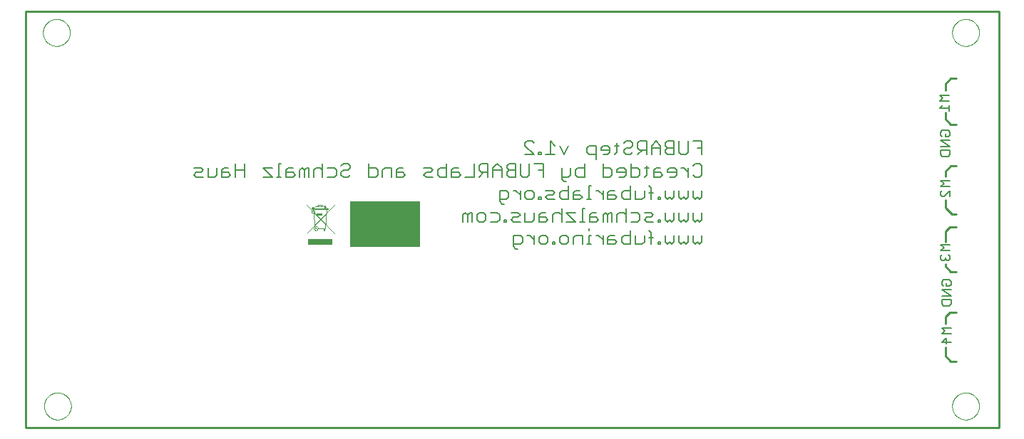
<source format=gbo>
G75*
%MOIN*%
%OFA0B0*%
%FSLAX25Y25*%
%IPPOS*%
%LPD*%
%AMOC8*
5,1,8,0,0,1.08239X$1,22.5*
%
%ADD10C,0.01000*%
%ADD11C,0.00000*%
%ADD12C,0.00700*%
%ADD13R,0.33000X0.21500*%
%ADD14C,0.00800*%
%ADD15C,0.00394*%
%ADD16R,0.11575X0.02913*%
%ADD17C,0.00100*%
D10*
X0010350Y0018333D02*
X0010350Y0213333D01*
X0465350Y0213333D01*
X0465350Y0018333D01*
X0010350Y0018333D01*
X0440350Y0051833D02*
X0442850Y0049333D01*
X0445350Y0049333D01*
X0440350Y0051833D02*
X0440350Y0055833D01*
X0440350Y0066833D02*
X0440350Y0070333D01*
X0442350Y0072333D01*
X0445350Y0072333D01*
X0445350Y0091333D02*
X0442850Y0091333D01*
X0440350Y0093833D01*
X0440350Y0094833D01*
X0440350Y0105333D02*
X0440350Y0110333D01*
X0442350Y0112333D01*
X0445350Y0112333D01*
X0445350Y0118333D02*
X0443350Y0118333D01*
X0440350Y0121333D01*
X0440350Y0124833D01*
X0440350Y0135833D02*
X0440350Y0138333D01*
X0442850Y0140833D01*
X0445350Y0140833D01*
X0445350Y0160333D02*
X0442850Y0160333D01*
X0440350Y0162833D01*
X0440350Y0165833D01*
X0440350Y0176333D02*
X0440350Y0179333D01*
X0442850Y0181833D01*
X0445350Y0181833D01*
D11*
X0443551Y0203333D02*
X0443553Y0203491D01*
X0443559Y0203649D01*
X0443569Y0203807D01*
X0443583Y0203965D01*
X0443601Y0204122D01*
X0443622Y0204279D01*
X0443648Y0204435D01*
X0443678Y0204591D01*
X0443711Y0204746D01*
X0443749Y0204899D01*
X0443790Y0205052D01*
X0443835Y0205204D01*
X0443884Y0205355D01*
X0443937Y0205504D01*
X0443993Y0205652D01*
X0444053Y0205798D01*
X0444117Y0205943D01*
X0444185Y0206086D01*
X0444256Y0206228D01*
X0444330Y0206368D01*
X0444408Y0206505D01*
X0444490Y0206641D01*
X0444574Y0206775D01*
X0444663Y0206906D01*
X0444754Y0207035D01*
X0444849Y0207162D01*
X0444946Y0207287D01*
X0445047Y0207409D01*
X0445151Y0207528D01*
X0445258Y0207645D01*
X0445368Y0207759D01*
X0445481Y0207870D01*
X0445596Y0207979D01*
X0445714Y0208084D01*
X0445835Y0208186D01*
X0445958Y0208286D01*
X0446084Y0208382D01*
X0446212Y0208475D01*
X0446342Y0208565D01*
X0446475Y0208651D01*
X0446610Y0208735D01*
X0446746Y0208814D01*
X0446885Y0208891D01*
X0447026Y0208963D01*
X0447168Y0209033D01*
X0447312Y0209098D01*
X0447458Y0209160D01*
X0447605Y0209218D01*
X0447754Y0209273D01*
X0447904Y0209324D01*
X0448055Y0209371D01*
X0448207Y0209414D01*
X0448360Y0209453D01*
X0448515Y0209489D01*
X0448670Y0209520D01*
X0448826Y0209548D01*
X0448982Y0209572D01*
X0449139Y0209592D01*
X0449297Y0209608D01*
X0449454Y0209620D01*
X0449613Y0209628D01*
X0449771Y0209632D01*
X0449929Y0209632D01*
X0450087Y0209628D01*
X0450246Y0209620D01*
X0450403Y0209608D01*
X0450561Y0209592D01*
X0450718Y0209572D01*
X0450874Y0209548D01*
X0451030Y0209520D01*
X0451185Y0209489D01*
X0451340Y0209453D01*
X0451493Y0209414D01*
X0451645Y0209371D01*
X0451796Y0209324D01*
X0451946Y0209273D01*
X0452095Y0209218D01*
X0452242Y0209160D01*
X0452388Y0209098D01*
X0452532Y0209033D01*
X0452674Y0208963D01*
X0452815Y0208891D01*
X0452954Y0208814D01*
X0453090Y0208735D01*
X0453225Y0208651D01*
X0453358Y0208565D01*
X0453488Y0208475D01*
X0453616Y0208382D01*
X0453742Y0208286D01*
X0453865Y0208186D01*
X0453986Y0208084D01*
X0454104Y0207979D01*
X0454219Y0207870D01*
X0454332Y0207759D01*
X0454442Y0207645D01*
X0454549Y0207528D01*
X0454653Y0207409D01*
X0454754Y0207287D01*
X0454851Y0207162D01*
X0454946Y0207035D01*
X0455037Y0206906D01*
X0455126Y0206775D01*
X0455210Y0206641D01*
X0455292Y0206505D01*
X0455370Y0206368D01*
X0455444Y0206228D01*
X0455515Y0206086D01*
X0455583Y0205943D01*
X0455647Y0205798D01*
X0455707Y0205652D01*
X0455763Y0205504D01*
X0455816Y0205355D01*
X0455865Y0205204D01*
X0455910Y0205052D01*
X0455951Y0204899D01*
X0455989Y0204746D01*
X0456022Y0204591D01*
X0456052Y0204435D01*
X0456078Y0204279D01*
X0456099Y0204122D01*
X0456117Y0203965D01*
X0456131Y0203807D01*
X0456141Y0203649D01*
X0456147Y0203491D01*
X0456149Y0203333D01*
X0456147Y0203175D01*
X0456141Y0203017D01*
X0456131Y0202859D01*
X0456117Y0202701D01*
X0456099Y0202544D01*
X0456078Y0202387D01*
X0456052Y0202231D01*
X0456022Y0202075D01*
X0455989Y0201920D01*
X0455951Y0201767D01*
X0455910Y0201614D01*
X0455865Y0201462D01*
X0455816Y0201311D01*
X0455763Y0201162D01*
X0455707Y0201014D01*
X0455647Y0200868D01*
X0455583Y0200723D01*
X0455515Y0200580D01*
X0455444Y0200438D01*
X0455370Y0200298D01*
X0455292Y0200161D01*
X0455210Y0200025D01*
X0455126Y0199891D01*
X0455037Y0199760D01*
X0454946Y0199631D01*
X0454851Y0199504D01*
X0454754Y0199379D01*
X0454653Y0199257D01*
X0454549Y0199138D01*
X0454442Y0199021D01*
X0454332Y0198907D01*
X0454219Y0198796D01*
X0454104Y0198687D01*
X0453986Y0198582D01*
X0453865Y0198480D01*
X0453742Y0198380D01*
X0453616Y0198284D01*
X0453488Y0198191D01*
X0453358Y0198101D01*
X0453225Y0198015D01*
X0453090Y0197931D01*
X0452954Y0197852D01*
X0452815Y0197775D01*
X0452674Y0197703D01*
X0452532Y0197633D01*
X0452388Y0197568D01*
X0452242Y0197506D01*
X0452095Y0197448D01*
X0451946Y0197393D01*
X0451796Y0197342D01*
X0451645Y0197295D01*
X0451493Y0197252D01*
X0451340Y0197213D01*
X0451185Y0197177D01*
X0451030Y0197146D01*
X0450874Y0197118D01*
X0450718Y0197094D01*
X0450561Y0197074D01*
X0450403Y0197058D01*
X0450246Y0197046D01*
X0450087Y0197038D01*
X0449929Y0197034D01*
X0449771Y0197034D01*
X0449613Y0197038D01*
X0449454Y0197046D01*
X0449297Y0197058D01*
X0449139Y0197074D01*
X0448982Y0197094D01*
X0448826Y0197118D01*
X0448670Y0197146D01*
X0448515Y0197177D01*
X0448360Y0197213D01*
X0448207Y0197252D01*
X0448055Y0197295D01*
X0447904Y0197342D01*
X0447754Y0197393D01*
X0447605Y0197448D01*
X0447458Y0197506D01*
X0447312Y0197568D01*
X0447168Y0197633D01*
X0447026Y0197703D01*
X0446885Y0197775D01*
X0446746Y0197852D01*
X0446610Y0197931D01*
X0446475Y0198015D01*
X0446342Y0198101D01*
X0446212Y0198191D01*
X0446084Y0198284D01*
X0445958Y0198380D01*
X0445835Y0198480D01*
X0445714Y0198582D01*
X0445596Y0198687D01*
X0445481Y0198796D01*
X0445368Y0198907D01*
X0445258Y0199021D01*
X0445151Y0199138D01*
X0445047Y0199257D01*
X0444946Y0199379D01*
X0444849Y0199504D01*
X0444754Y0199631D01*
X0444663Y0199760D01*
X0444574Y0199891D01*
X0444490Y0200025D01*
X0444408Y0200161D01*
X0444330Y0200298D01*
X0444256Y0200438D01*
X0444185Y0200580D01*
X0444117Y0200723D01*
X0444053Y0200868D01*
X0443993Y0201014D01*
X0443937Y0201162D01*
X0443884Y0201311D01*
X0443835Y0201462D01*
X0443790Y0201614D01*
X0443749Y0201767D01*
X0443711Y0201920D01*
X0443678Y0202075D01*
X0443648Y0202231D01*
X0443622Y0202387D01*
X0443601Y0202544D01*
X0443583Y0202701D01*
X0443569Y0202859D01*
X0443559Y0203017D01*
X0443553Y0203175D01*
X0443551Y0203333D01*
X0443551Y0028333D02*
X0443553Y0028491D01*
X0443559Y0028649D01*
X0443569Y0028807D01*
X0443583Y0028965D01*
X0443601Y0029122D01*
X0443622Y0029279D01*
X0443648Y0029435D01*
X0443678Y0029591D01*
X0443711Y0029746D01*
X0443749Y0029899D01*
X0443790Y0030052D01*
X0443835Y0030204D01*
X0443884Y0030355D01*
X0443937Y0030504D01*
X0443993Y0030652D01*
X0444053Y0030798D01*
X0444117Y0030943D01*
X0444185Y0031086D01*
X0444256Y0031228D01*
X0444330Y0031368D01*
X0444408Y0031505D01*
X0444490Y0031641D01*
X0444574Y0031775D01*
X0444663Y0031906D01*
X0444754Y0032035D01*
X0444849Y0032162D01*
X0444946Y0032287D01*
X0445047Y0032409D01*
X0445151Y0032528D01*
X0445258Y0032645D01*
X0445368Y0032759D01*
X0445481Y0032870D01*
X0445596Y0032979D01*
X0445714Y0033084D01*
X0445835Y0033186D01*
X0445958Y0033286D01*
X0446084Y0033382D01*
X0446212Y0033475D01*
X0446342Y0033565D01*
X0446475Y0033651D01*
X0446610Y0033735D01*
X0446746Y0033814D01*
X0446885Y0033891D01*
X0447026Y0033963D01*
X0447168Y0034033D01*
X0447312Y0034098D01*
X0447458Y0034160D01*
X0447605Y0034218D01*
X0447754Y0034273D01*
X0447904Y0034324D01*
X0448055Y0034371D01*
X0448207Y0034414D01*
X0448360Y0034453D01*
X0448515Y0034489D01*
X0448670Y0034520D01*
X0448826Y0034548D01*
X0448982Y0034572D01*
X0449139Y0034592D01*
X0449297Y0034608D01*
X0449454Y0034620D01*
X0449613Y0034628D01*
X0449771Y0034632D01*
X0449929Y0034632D01*
X0450087Y0034628D01*
X0450246Y0034620D01*
X0450403Y0034608D01*
X0450561Y0034592D01*
X0450718Y0034572D01*
X0450874Y0034548D01*
X0451030Y0034520D01*
X0451185Y0034489D01*
X0451340Y0034453D01*
X0451493Y0034414D01*
X0451645Y0034371D01*
X0451796Y0034324D01*
X0451946Y0034273D01*
X0452095Y0034218D01*
X0452242Y0034160D01*
X0452388Y0034098D01*
X0452532Y0034033D01*
X0452674Y0033963D01*
X0452815Y0033891D01*
X0452954Y0033814D01*
X0453090Y0033735D01*
X0453225Y0033651D01*
X0453358Y0033565D01*
X0453488Y0033475D01*
X0453616Y0033382D01*
X0453742Y0033286D01*
X0453865Y0033186D01*
X0453986Y0033084D01*
X0454104Y0032979D01*
X0454219Y0032870D01*
X0454332Y0032759D01*
X0454442Y0032645D01*
X0454549Y0032528D01*
X0454653Y0032409D01*
X0454754Y0032287D01*
X0454851Y0032162D01*
X0454946Y0032035D01*
X0455037Y0031906D01*
X0455126Y0031775D01*
X0455210Y0031641D01*
X0455292Y0031505D01*
X0455370Y0031368D01*
X0455444Y0031228D01*
X0455515Y0031086D01*
X0455583Y0030943D01*
X0455647Y0030798D01*
X0455707Y0030652D01*
X0455763Y0030504D01*
X0455816Y0030355D01*
X0455865Y0030204D01*
X0455910Y0030052D01*
X0455951Y0029899D01*
X0455989Y0029746D01*
X0456022Y0029591D01*
X0456052Y0029435D01*
X0456078Y0029279D01*
X0456099Y0029122D01*
X0456117Y0028965D01*
X0456131Y0028807D01*
X0456141Y0028649D01*
X0456147Y0028491D01*
X0456149Y0028333D01*
X0456147Y0028175D01*
X0456141Y0028017D01*
X0456131Y0027859D01*
X0456117Y0027701D01*
X0456099Y0027544D01*
X0456078Y0027387D01*
X0456052Y0027231D01*
X0456022Y0027075D01*
X0455989Y0026920D01*
X0455951Y0026767D01*
X0455910Y0026614D01*
X0455865Y0026462D01*
X0455816Y0026311D01*
X0455763Y0026162D01*
X0455707Y0026014D01*
X0455647Y0025868D01*
X0455583Y0025723D01*
X0455515Y0025580D01*
X0455444Y0025438D01*
X0455370Y0025298D01*
X0455292Y0025161D01*
X0455210Y0025025D01*
X0455126Y0024891D01*
X0455037Y0024760D01*
X0454946Y0024631D01*
X0454851Y0024504D01*
X0454754Y0024379D01*
X0454653Y0024257D01*
X0454549Y0024138D01*
X0454442Y0024021D01*
X0454332Y0023907D01*
X0454219Y0023796D01*
X0454104Y0023687D01*
X0453986Y0023582D01*
X0453865Y0023480D01*
X0453742Y0023380D01*
X0453616Y0023284D01*
X0453488Y0023191D01*
X0453358Y0023101D01*
X0453225Y0023015D01*
X0453090Y0022931D01*
X0452954Y0022852D01*
X0452815Y0022775D01*
X0452674Y0022703D01*
X0452532Y0022633D01*
X0452388Y0022568D01*
X0452242Y0022506D01*
X0452095Y0022448D01*
X0451946Y0022393D01*
X0451796Y0022342D01*
X0451645Y0022295D01*
X0451493Y0022252D01*
X0451340Y0022213D01*
X0451185Y0022177D01*
X0451030Y0022146D01*
X0450874Y0022118D01*
X0450718Y0022094D01*
X0450561Y0022074D01*
X0450403Y0022058D01*
X0450246Y0022046D01*
X0450087Y0022038D01*
X0449929Y0022034D01*
X0449771Y0022034D01*
X0449613Y0022038D01*
X0449454Y0022046D01*
X0449297Y0022058D01*
X0449139Y0022074D01*
X0448982Y0022094D01*
X0448826Y0022118D01*
X0448670Y0022146D01*
X0448515Y0022177D01*
X0448360Y0022213D01*
X0448207Y0022252D01*
X0448055Y0022295D01*
X0447904Y0022342D01*
X0447754Y0022393D01*
X0447605Y0022448D01*
X0447458Y0022506D01*
X0447312Y0022568D01*
X0447168Y0022633D01*
X0447026Y0022703D01*
X0446885Y0022775D01*
X0446746Y0022852D01*
X0446610Y0022931D01*
X0446475Y0023015D01*
X0446342Y0023101D01*
X0446212Y0023191D01*
X0446084Y0023284D01*
X0445958Y0023380D01*
X0445835Y0023480D01*
X0445714Y0023582D01*
X0445596Y0023687D01*
X0445481Y0023796D01*
X0445368Y0023907D01*
X0445258Y0024021D01*
X0445151Y0024138D01*
X0445047Y0024257D01*
X0444946Y0024379D01*
X0444849Y0024504D01*
X0444754Y0024631D01*
X0444663Y0024760D01*
X0444574Y0024891D01*
X0444490Y0025025D01*
X0444408Y0025161D01*
X0444330Y0025298D01*
X0444256Y0025438D01*
X0444185Y0025580D01*
X0444117Y0025723D01*
X0444053Y0025868D01*
X0443993Y0026014D01*
X0443937Y0026162D01*
X0443884Y0026311D01*
X0443835Y0026462D01*
X0443790Y0026614D01*
X0443749Y0026767D01*
X0443711Y0026920D01*
X0443678Y0027075D01*
X0443648Y0027231D01*
X0443622Y0027387D01*
X0443601Y0027544D01*
X0443583Y0027701D01*
X0443569Y0027859D01*
X0443559Y0028017D01*
X0443553Y0028175D01*
X0443551Y0028333D01*
X0019051Y0028333D02*
X0019053Y0028491D01*
X0019059Y0028649D01*
X0019069Y0028807D01*
X0019083Y0028965D01*
X0019101Y0029122D01*
X0019122Y0029279D01*
X0019148Y0029435D01*
X0019178Y0029591D01*
X0019211Y0029746D01*
X0019249Y0029899D01*
X0019290Y0030052D01*
X0019335Y0030204D01*
X0019384Y0030355D01*
X0019437Y0030504D01*
X0019493Y0030652D01*
X0019553Y0030798D01*
X0019617Y0030943D01*
X0019685Y0031086D01*
X0019756Y0031228D01*
X0019830Y0031368D01*
X0019908Y0031505D01*
X0019990Y0031641D01*
X0020074Y0031775D01*
X0020163Y0031906D01*
X0020254Y0032035D01*
X0020349Y0032162D01*
X0020446Y0032287D01*
X0020547Y0032409D01*
X0020651Y0032528D01*
X0020758Y0032645D01*
X0020868Y0032759D01*
X0020981Y0032870D01*
X0021096Y0032979D01*
X0021214Y0033084D01*
X0021335Y0033186D01*
X0021458Y0033286D01*
X0021584Y0033382D01*
X0021712Y0033475D01*
X0021842Y0033565D01*
X0021975Y0033651D01*
X0022110Y0033735D01*
X0022246Y0033814D01*
X0022385Y0033891D01*
X0022526Y0033963D01*
X0022668Y0034033D01*
X0022812Y0034098D01*
X0022958Y0034160D01*
X0023105Y0034218D01*
X0023254Y0034273D01*
X0023404Y0034324D01*
X0023555Y0034371D01*
X0023707Y0034414D01*
X0023860Y0034453D01*
X0024015Y0034489D01*
X0024170Y0034520D01*
X0024326Y0034548D01*
X0024482Y0034572D01*
X0024639Y0034592D01*
X0024797Y0034608D01*
X0024954Y0034620D01*
X0025113Y0034628D01*
X0025271Y0034632D01*
X0025429Y0034632D01*
X0025587Y0034628D01*
X0025746Y0034620D01*
X0025903Y0034608D01*
X0026061Y0034592D01*
X0026218Y0034572D01*
X0026374Y0034548D01*
X0026530Y0034520D01*
X0026685Y0034489D01*
X0026840Y0034453D01*
X0026993Y0034414D01*
X0027145Y0034371D01*
X0027296Y0034324D01*
X0027446Y0034273D01*
X0027595Y0034218D01*
X0027742Y0034160D01*
X0027888Y0034098D01*
X0028032Y0034033D01*
X0028174Y0033963D01*
X0028315Y0033891D01*
X0028454Y0033814D01*
X0028590Y0033735D01*
X0028725Y0033651D01*
X0028858Y0033565D01*
X0028988Y0033475D01*
X0029116Y0033382D01*
X0029242Y0033286D01*
X0029365Y0033186D01*
X0029486Y0033084D01*
X0029604Y0032979D01*
X0029719Y0032870D01*
X0029832Y0032759D01*
X0029942Y0032645D01*
X0030049Y0032528D01*
X0030153Y0032409D01*
X0030254Y0032287D01*
X0030351Y0032162D01*
X0030446Y0032035D01*
X0030537Y0031906D01*
X0030626Y0031775D01*
X0030710Y0031641D01*
X0030792Y0031505D01*
X0030870Y0031368D01*
X0030944Y0031228D01*
X0031015Y0031086D01*
X0031083Y0030943D01*
X0031147Y0030798D01*
X0031207Y0030652D01*
X0031263Y0030504D01*
X0031316Y0030355D01*
X0031365Y0030204D01*
X0031410Y0030052D01*
X0031451Y0029899D01*
X0031489Y0029746D01*
X0031522Y0029591D01*
X0031552Y0029435D01*
X0031578Y0029279D01*
X0031599Y0029122D01*
X0031617Y0028965D01*
X0031631Y0028807D01*
X0031641Y0028649D01*
X0031647Y0028491D01*
X0031649Y0028333D01*
X0031647Y0028175D01*
X0031641Y0028017D01*
X0031631Y0027859D01*
X0031617Y0027701D01*
X0031599Y0027544D01*
X0031578Y0027387D01*
X0031552Y0027231D01*
X0031522Y0027075D01*
X0031489Y0026920D01*
X0031451Y0026767D01*
X0031410Y0026614D01*
X0031365Y0026462D01*
X0031316Y0026311D01*
X0031263Y0026162D01*
X0031207Y0026014D01*
X0031147Y0025868D01*
X0031083Y0025723D01*
X0031015Y0025580D01*
X0030944Y0025438D01*
X0030870Y0025298D01*
X0030792Y0025161D01*
X0030710Y0025025D01*
X0030626Y0024891D01*
X0030537Y0024760D01*
X0030446Y0024631D01*
X0030351Y0024504D01*
X0030254Y0024379D01*
X0030153Y0024257D01*
X0030049Y0024138D01*
X0029942Y0024021D01*
X0029832Y0023907D01*
X0029719Y0023796D01*
X0029604Y0023687D01*
X0029486Y0023582D01*
X0029365Y0023480D01*
X0029242Y0023380D01*
X0029116Y0023284D01*
X0028988Y0023191D01*
X0028858Y0023101D01*
X0028725Y0023015D01*
X0028590Y0022931D01*
X0028454Y0022852D01*
X0028315Y0022775D01*
X0028174Y0022703D01*
X0028032Y0022633D01*
X0027888Y0022568D01*
X0027742Y0022506D01*
X0027595Y0022448D01*
X0027446Y0022393D01*
X0027296Y0022342D01*
X0027145Y0022295D01*
X0026993Y0022252D01*
X0026840Y0022213D01*
X0026685Y0022177D01*
X0026530Y0022146D01*
X0026374Y0022118D01*
X0026218Y0022094D01*
X0026061Y0022074D01*
X0025903Y0022058D01*
X0025746Y0022046D01*
X0025587Y0022038D01*
X0025429Y0022034D01*
X0025271Y0022034D01*
X0025113Y0022038D01*
X0024954Y0022046D01*
X0024797Y0022058D01*
X0024639Y0022074D01*
X0024482Y0022094D01*
X0024326Y0022118D01*
X0024170Y0022146D01*
X0024015Y0022177D01*
X0023860Y0022213D01*
X0023707Y0022252D01*
X0023555Y0022295D01*
X0023404Y0022342D01*
X0023254Y0022393D01*
X0023105Y0022448D01*
X0022958Y0022506D01*
X0022812Y0022568D01*
X0022668Y0022633D01*
X0022526Y0022703D01*
X0022385Y0022775D01*
X0022246Y0022852D01*
X0022110Y0022931D01*
X0021975Y0023015D01*
X0021842Y0023101D01*
X0021712Y0023191D01*
X0021584Y0023284D01*
X0021458Y0023380D01*
X0021335Y0023480D01*
X0021214Y0023582D01*
X0021096Y0023687D01*
X0020981Y0023796D01*
X0020868Y0023907D01*
X0020758Y0024021D01*
X0020651Y0024138D01*
X0020547Y0024257D01*
X0020446Y0024379D01*
X0020349Y0024504D01*
X0020254Y0024631D01*
X0020163Y0024760D01*
X0020074Y0024891D01*
X0019990Y0025025D01*
X0019908Y0025161D01*
X0019830Y0025298D01*
X0019756Y0025438D01*
X0019685Y0025580D01*
X0019617Y0025723D01*
X0019553Y0025868D01*
X0019493Y0026014D01*
X0019437Y0026162D01*
X0019384Y0026311D01*
X0019335Y0026462D01*
X0019290Y0026614D01*
X0019249Y0026767D01*
X0019211Y0026920D01*
X0019178Y0027075D01*
X0019148Y0027231D01*
X0019122Y0027387D01*
X0019101Y0027544D01*
X0019083Y0027701D01*
X0019069Y0027859D01*
X0019059Y0028017D01*
X0019053Y0028175D01*
X0019051Y0028333D01*
X0018551Y0203333D02*
X0018553Y0203491D01*
X0018559Y0203649D01*
X0018569Y0203807D01*
X0018583Y0203965D01*
X0018601Y0204122D01*
X0018622Y0204279D01*
X0018648Y0204435D01*
X0018678Y0204591D01*
X0018711Y0204746D01*
X0018749Y0204899D01*
X0018790Y0205052D01*
X0018835Y0205204D01*
X0018884Y0205355D01*
X0018937Y0205504D01*
X0018993Y0205652D01*
X0019053Y0205798D01*
X0019117Y0205943D01*
X0019185Y0206086D01*
X0019256Y0206228D01*
X0019330Y0206368D01*
X0019408Y0206505D01*
X0019490Y0206641D01*
X0019574Y0206775D01*
X0019663Y0206906D01*
X0019754Y0207035D01*
X0019849Y0207162D01*
X0019946Y0207287D01*
X0020047Y0207409D01*
X0020151Y0207528D01*
X0020258Y0207645D01*
X0020368Y0207759D01*
X0020481Y0207870D01*
X0020596Y0207979D01*
X0020714Y0208084D01*
X0020835Y0208186D01*
X0020958Y0208286D01*
X0021084Y0208382D01*
X0021212Y0208475D01*
X0021342Y0208565D01*
X0021475Y0208651D01*
X0021610Y0208735D01*
X0021746Y0208814D01*
X0021885Y0208891D01*
X0022026Y0208963D01*
X0022168Y0209033D01*
X0022312Y0209098D01*
X0022458Y0209160D01*
X0022605Y0209218D01*
X0022754Y0209273D01*
X0022904Y0209324D01*
X0023055Y0209371D01*
X0023207Y0209414D01*
X0023360Y0209453D01*
X0023515Y0209489D01*
X0023670Y0209520D01*
X0023826Y0209548D01*
X0023982Y0209572D01*
X0024139Y0209592D01*
X0024297Y0209608D01*
X0024454Y0209620D01*
X0024613Y0209628D01*
X0024771Y0209632D01*
X0024929Y0209632D01*
X0025087Y0209628D01*
X0025246Y0209620D01*
X0025403Y0209608D01*
X0025561Y0209592D01*
X0025718Y0209572D01*
X0025874Y0209548D01*
X0026030Y0209520D01*
X0026185Y0209489D01*
X0026340Y0209453D01*
X0026493Y0209414D01*
X0026645Y0209371D01*
X0026796Y0209324D01*
X0026946Y0209273D01*
X0027095Y0209218D01*
X0027242Y0209160D01*
X0027388Y0209098D01*
X0027532Y0209033D01*
X0027674Y0208963D01*
X0027815Y0208891D01*
X0027954Y0208814D01*
X0028090Y0208735D01*
X0028225Y0208651D01*
X0028358Y0208565D01*
X0028488Y0208475D01*
X0028616Y0208382D01*
X0028742Y0208286D01*
X0028865Y0208186D01*
X0028986Y0208084D01*
X0029104Y0207979D01*
X0029219Y0207870D01*
X0029332Y0207759D01*
X0029442Y0207645D01*
X0029549Y0207528D01*
X0029653Y0207409D01*
X0029754Y0207287D01*
X0029851Y0207162D01*
X0029946Y0207035D01*
X0030037Y0206906D01*
X0030126Y0206775D01*
X0030210Y0206641D01*
X0030292Y0206505D01*
X0030370Y0206368D01*
X0030444Y0206228D01*
X0030515Y0206086D01*
X0030583Y0205943D01*
X0030647Y0205798D01*
X0030707Y0205652D01*
X0030763Y0205504D01*
X0030816Y0205355D01*
X0030865Y0205204D01*
X0030910Y0205052D01*
X0030951Y0204899D01*
X0030989Y0204746D01*
X0031022Y0204591D01*
X0031052Y0204435D01*
X0031078Y0204279D01*
X0031099Y0204122D01*
X0031117Y0203965D01*
X0031131Y0203807D01*
X0031141Y0203649D01*
X0031147Y0203491D01*
X0031149Y0203333D01*
X0031147Y0203175D01*
X0031141Y0203017D01*
X0031131Y0202859D01*
X0031117Y0202701D01*
X0031099Y0202544D01*
X0031078Y0202387D01*
X0031052Y0202231D01*
X0031022Y0202075D01*
X0030989Y0201920D01*
X0030951Y0201767D01*
X0030910Y0201614D01*
X0030865Y0201462D01*
X0030816Y0201311D01*
X0030763Y0201162D01*
X0030707Y0201014D01*
X0030647Y0200868D01*
X0030583Y0200723D01*
X0030515Y0200580D01*
X0030444Y0200438D01*
X0030370Y0200298D01*
X0030292Y0200161D01*
X0030210Y0200025D01*
X0030126Y0199891D01*
X0030037Y0199760D01*
X0029946Y0199631D01*
X0029851Y0199504D01*
X0029754Y0199379D01*
X0029653Y0199257D01*
X0029549Y0199138D01*
X0029442Y0199021D01*
X0029332Y0198907D01*
X0029219Y0198796D01*
X0029104Y0198687D01*
X0028986Y0198582D01*
X0028865Y0198480D01*
X0028742Y0198380D01*
X0028616Y0198284D01*
X0028488Y0198191D01*
X0028358Y0198101D01*
X0028225Y0198015D01*
X0028090Y0197931D01*
X0027954Y0197852D01*
X0027815Y0197775D01*
X0027674Y0197703D01*
X0027532Y0197633D01*
X0027388Y0197568D01*
X0027242Y0197506D01*
X0027095Y0197448D01*
X0026946Y0197393D01*
X0026796Y0197342D01*
X0026645Y0197295D01*
X0026493Y0197252D01*
X0026340Y0197213D01*
X0026185Y0197177D01*
X0026030Y0197146D01*
X0025874Y0197118D01*
X0025718Y0197094D01*
X0025561Y0197074D01*
X0025403Y0197058D01*
X0025246Y0197046D01*
X0025087Y0197038D01*
X0024929Y0197034D01*
X0024771Y0197034D01*
X0024613Y0197038D01*
X0024454Y0197046D01*
X0024297Y0197058D01*
X0024139Y0197074D01*
X0023982Y0197094D01*
X0023826Y0197118D01*
X0023670Y0197146D01*
X0023515Y0197177D01*
X0023360Y0197213D01*
X0023207Y0197252D01*
X0023055Y0197295D01*
X0022904Y0197342D01*
X0022754Y0197393D01*
X0022605Y0197448D01*
X0022458Y0197506D01*
X0022312Y0197568D01*
X0022168Y0197633D01*
X0022026Y0197703D01*
X0021885Y0197775D01*
X0021746Y0197852D01*
X0021610Y0197931D01*
X0021475Y0198015D01*
X0021342Y0198101D01*
X0021212Y0198191D01*
X0021084Y0198284D01*
X0020958Y0198380D01*
X0020835Y0198480D01*
X0020714Y0198582D01*
X0020596Y0198687D01*
X0020481Y0198796D01*
X0020368Y0198907D01*
X0020258Y0199021D01*
X0020151Y0199138D01*
X0020047Y0199257D01*
X0019946Y0199379D01*
X0019849Y0199504D01*
X0019754Y0199631D01*
X0019663Y0199760D01*
X0019574Y0199891D01*
X0019490Y0200025D01*
X0019408Y0200161D01*
X0019330Y0200298D01*
X0019256Y0200438D01*
X0019185Y0200580D01*
X0019117Y0200723D01*
X0019053Y0200868D01*
X0018993Y0201014D01*
X0018937Y0201162D01*
X0018884Y0201311D01*
X0018835Y0201462D01*
X0018790Y0201614D01*
X0018749Y0201767D01*
X0018711Y0201920D01*
X0018678Y0202075D01*
X0018648Y0202231D01*
X0018622Y0202387D01*
X0018601Y0202544D01*
X0018583Y0202701D01*
X0018569Y0202859D01*
X0018559Y0203017D01*
X0018553Y0203175D01*
X0018551Y0203333D01*
D12*
X0108521Y0141989D02*
X0108521Y0135683D01*
X0106279Y0136734D02*
X0105228Y0137785D01*
X0102075Y0137785D01*
X0102075Y0138836D02*
X0102075Y0135683D01*
X0105228Y0135683D01*
X0106279Y0136734D01*
X0108521Y0138836D02*
X0112724Y0138836D01*
X0112724Y0135683D02*
X0112724Y0141989D01*
X0105228Y0139887D02*
X0103126Y0139887D01*
X0102075Y0138836D01*
X0099833Y0139887D02*
X0099833Y0136734D01*
X0098782Y0135683D01*
X0095630Y0135683D01*
X0095630Y0139887D01*
X0093388Y0138836D02*
X0092337Y0139887D01*
X0089184Y0139887D01*
X0090235Y0137785D02*
X0092337Y0137785D01*
X0093388Y0138836D01*
X0093388Y0135683D02*
X0090235Y0135683D01*
X0089184Y0136734D01*
X0090235Y0137785D01*
X0121412Y0135683D02*
X0125615Y0135683D01*
X0121412Y0139887D01*
X0125615Y0139887D01*
X0128861Y0141989D02*
X0128861Y0135683D01*
X0127811Y0135683D02*
X0129912Y0135683D01*
X0132154Y0135683D02*
X0132154Y0138836D01*
X0133205Y0139887D01*
X0135307Y0139887D01*
X0135307Y0137785D02*
X0132154Y0137785D01*
X0132154Y0135683D02*
X0135307Y0135683D01*
X0136358Y0136734D01*
X0135307Y0137785D01*
X0138600Y0138836D02*
X0138600Y0135683D01*
X0140702Y0135683D02*
X0140702Y0138836D01*
X0139651Y0139887D01*
X0138600Y0138836D01*
X0140702Y0138836D02*
X0141752Y0139887D01*
X0142803Y0139887D01*
X0142803Y0135683D01*
X0145045Y0135683D02*
X0145045Y0138836D01*
X0146096Y0139887D01*
X0148198Y0139887D01*
X0149249Y0138836D01*
X0151491Y0139887D02*
X0154643Y0139887D01*
X0155694Y0138836D01*
X0155694Y0136734D01*
X0154643Y0135683D01*
X0151491Y0135683D01*
X0149249Y0135683D02*
X0149249Y0141989D01*
X0157936Y0140938D02*
X0158987Y0141989D01*
X0161089Y0141989D01*
X0162140Y0140938D01*
X0162140Y0139887D01*
X0161089Y0138836D01*
X0158987Y0138836D01*
X0157936Y0137785D01*
X0157936Y0136734D01*
X0158987Y0135683D01*
X0161089Y0135683D01*
X0162140Y0136734D01*
X0170827Y0135683D02*
X0170827Y0141989D01*
X0170827Y0139887D02*
X0173980Y0139887D01*
X0175031Y0138836D01*
X0175031Y0136734D01*
X0173980Y0135683D01*
X0170827Y0135683D01*
X0177273Y0135683D02*
X0177273Y0138836D01*
X0178324Y0139887D01*
X0181476Y0139887D01*
X0181476Y0135683D01*
X0183718Y0135683D02*
X0183718Y0138836D01*
X0184769Y0139887D01*
X0186871Y0139887D01*
X0186871Y0137785D02*
X0183718Y0137785D01*
X0183718Y0135683D02*
X0186871Y0135683D01*
X0187922Y0136734D01*
X0186871Y0137785D01*
X0196609Y0136734D02*
X0197660Y0137785D01*
X0199762Y0137785D01*
X0200813Y0138836D01*
X0199762Y0139887D01*
X0196609Y0139887D01*
X0196609Y0136734D02*
X0197660Y0135683D01*
X0200813Y0135683D01*
X0203055Y0136734D02*
X0203055Y0138836D01*
X0204106Y0139887D01*
X0207258Y0139887D01*
X0207258Y0141989D02*
X0207258Y0135683D01*
X0204106Y0135683D01*
X0203055Y0136734D01*
X0209500Y0135683D02*
X0209500Y0138836D01*
X0210551Y0139887D01*
X0212653Y0139887D01*
X0212653Y0137785D02*
X0209500Y0137785D01*
X0209500Y0135683D02*
X0212653Y0135683D01*
X0213704Y0136734D01*
X0212653Y0137785D01*
X0215946Y0135683D02*
X0220149Y0135683D01*
X0220149Y0141989D01*
X0222391Y0140938D02*
X0222391Y0138836D01*
X0223442Y0137785D01*
X0226595Y0137785D01*
X0226595Y0135683D02*
X0226595Y0141989D01*
X0223442Y0141989D01*
X0222391Y0140938D01*
X0224493Y0137785D02*
X0222391Y0135683D01*
X0228837Y0135683D02*
X0228837Y0139887D01*
X0230938Y0141989D01*
X0233040Y0139887D01*
X0233040Y0135683D01*
X0235282Y0136734D02*
X0236333Y0135683D01*
X0239486Y0135683D01*
X0239486Y0141989D01*
X0236333Y0141989D01*
X0235282Y0140938D01*
X0235282Y0139887D01*
X0236333Y0138836D01*
X0239486Y0138836D01*
X0241728Y0136734D02*
X0241728Y0141989D01*
X0245931Y0141989D02*
X0245931Y0136734D01*
X0244880Y0135683D01*
X0242779Y0135683D01*
X0241728Y0136734D01*
X0236333Y0138836D02*
X0235282Y0137785D01*
X0235282Y0136734D01*
X0233040Y0138836D02*
X0228837Y0138836D01*
X0243876Y0146183D02*
X0248080Y0146183D01*
X0243876Y0150387D01*
X0243876Y0151438D01*
X0244927Y0152489D01*
X0247029Y0152489D01*
X0248080Y0151438D01*
X0250252Y0147234D02*
X0250252Y0146183D01*
X0251303Y0146183D01*
X0251303Y0147234D01*
X0250252Y0147234D01*
X0253544Y0146183D02*
X0257748Y0146183D01*
X0255646Y0146183D02*
X0255646Y0152489D01*
X0257748Y0150387D01*
X0259990Y0150387D02*
X0262092Y0146183D01*
X0264194Y0150387D01*
X0272881Y0149336D02*
X0272881Y0147234D01*
X0273932Y0146183D01*
X0277085Y0146183D01*
X0277085Y0144082D02*
X0277085Y0150387D01*
X0273932Y0150387D01*
X0272881Y0149336D01*
X0279326Y0149336D02*
X0279326Y0148285D01*
X0283530Y0148285D01*
X0283530Y0147234D02*
X0283530Y0149336D01*
X0282479Y0150387D01*
X0280377Y0150387D01*
X0279326Y0149336D01*
X0280377Y0146183D02*
X0282479Y0146183D01*
X0283530Y0147234D01*
X0285725Y0146183D02*
X0286776Y0147234D01*
X0286776Y0151438D01*
X0287827Y0150387D02*
X0285725Y0150387D01*
X0290069Y0151438D02*
X0291120Y0152489D01*
X0293222Y0152489D01*
X0294273Y0151438D01*
X0294273Y0150387D01*
X0293222Y0149336D01*
X0291120Y0149336D01*
X0290069Y0148285D01*
X0290069Y0147234D01*
X0291120Y0146183D01*
X0293222Y0146183D01*
X0294273Y0147234D01*
X0296514Y0146183D02*
X0298616Y0148285D01*
X0297565Y0148285D02*
X0300718Y0148285D01*
X0300718Y0146183D02*
X0300718Y0152489D01*
X0297565Y0152489D01*
X0296514Y0151438D01*
X0296514Y0149336D01*
X0297565Y0148285D01*
X0302960Y0149336D02*
X0307164Y0149336D01*
X0307164Y0150387D02*
X0307164Y0146183D01*
X0309405Y0147234D02*
X0310456Y0146183D01*
X0313609Y0146183D01*
X0313609Y0152489D01*
X0310456Y0152489D01*
X0309405Y0151438D01*
X0309405Y0150387D01*
X0310456Y0149336D01*
X0313609Y0149336D01*
X0315851Y0147234D02*
X0315851Y0152489D01*
X0320055Y0152489D02*
X0320055Y0147234D01*
X0319004Y0146183D01*
X0316902Y0146183D01*
X0315851Y0147234D01*
X0310456Y0149336D02*
X0309405Y0148285D01*
X0309405Y0147234D01*
X0307164Y0150387D02*
X0305062Y0152489D01*
X0302960Y0150387D01*
X0302960Y0146183D01*
X0300741Y0140938D02*
X0300741Y0136734D01*
X0299690Y0135683D01*
X0297495Y0136734D02*
X0297495Y0138836D01*
X0296444Y0139887D01*
X0293292Y0139887D01*
X0293292Y0141989D02*
X0293292Y0135683D01*
X0296444Y0135683D01*
X0297495Y0136734D01*
X0299690Y0139887D02*
X0301792Y0139887D01*
X0304034Y0138836D02*
X0304034Y0135683D01*
X0307187Y0135683D01*
X0308238Y0136734D01*
X0307187Y0137785D01*
X0304034Y0137785D01*
X0304034Y0138836D02*
X0305085Y0139887D01*
X0307187Y0139887D01*
X0310480Y0138836D02*
X0310480Y0137785D01*
X0314683Y0137785D01*
X0314683Y0136734D02*
X0314683Y0138836D01*
X0313632Y0139887D01*
X0311531Y0139887D01*
X0310480Y0138836D01*
X0311531Y0135683D02*
X0313632Y0135683D01*
X0314683Y0136734D01*
X0316902Y0139887D02*
X0317953Y0139887D01*
X0320055Y0137785D01*
X0320055Y0135683D02*
X0320055Y0139887D01*
X0322296Y0140938D02*
X0323347Y0141989D01*
X0325449Y0141989D01*
X0326500Y0140938D01*
X0326500Y0136734D01*
X0325449Y0135683D01*
X0323347Y0135683D01*
X0322296Y0136734D01*
X0322296Y0129387D02*
X0322296Y0126234D01*
X0323347Y0125183D01*
X0324398Y0126234D01*
X0325449Y0125183D01*
X0326500Y0126234D01*
X0326500Y0129387D01*
X0320055Y0129387D02*
X0320055Y0126234D01*
X0319004Y0125183D01*
X0317953Y0126234D01*
X0316902Y0125183D01*
X0315851Y0126234D01*
X0315851Y0129387D01*
X0313609Y0129387D02*
X0313609Y0126234D01*
X0312558Y0125183D01*
X0311507Y0126234D01*
X0310456Y0125183D01*
X0309405Y0126234D01*
X0309405Y0129387D01*
X0307164Y0126234D02*
X0306113Y0126234D01*
X0306113Y0125183D01*
X0307164Y0125183D01*
X0307164Y0126234D01*
X0303941Y0128336D02*
X0301839Y0128336D01*
X0302890Y0130438D02*
X0302890Y0125183D01*
X0299644Y0126234D02*
X0298593Y0125183D01*
X0295440Y0125183D01*
X0295440Y0129387D01*
X0293198Y0129387D02*
X0290046Y0129387D01*
X0288995Y0128336D01*
X0288995Y0126234D01*
X0290046Y0125183D01*
X0293198Y0125183D01*
X0293198Y0131489D01*
X0285702Y0129387D02*
X0283600Y0129387D01*
X0282549Y0128336D01*
X0282549Y0125183D01*
X0285702Y0125183D01*
X0286753Y0126234D01*
X0285702Y0127285D01*
X0282549Y0127285D01*
X0280307Y0127285D02*
X0278205Y0129387D01*
X0277155Y0129387D01*
X0274936Y0131489D02*
X0273885Y0131489D01*
X0273885Y0125183D01*
X0274936Y0125183D02*
X0272834Y0125183D01*
X0270639Y0126234D02*
X0269588Y0127285D01*
X0266435Y0127285D01*
X0266435Y0128336D02*
X0266435Y0125183D01*
X0269588Y0125183D01*
X0270639Y0126234D01*
X0269588Y0129387D02*
X0267486Y0129387D01*
X0266435Y0128336D01*
X0264194Y0129387D02*
X0261041Y0129387D01*
X0259990Y0128336D01*
X0259990Y0126234D01*
X0261041Y0125183D01*
X0264194Y0125183D01*
X0264194Y0131489D01*
X0263166Y0133582D02*
X0262115Y0133582D01*
X0261064Y0134632D01*
X0261064Y0139887D01*
X0261064Y0135683D02*
X0264217Y0135683D01*
X0265268Y0136734D01*
X0265268Y0139887D01*
X0267510Y0138836D02*
X0267510Y0136734D01*
X0268561Y0135683D01*
X0271713Y0135683D01*
X0271713Y0141989D01*
X0271713Y0139887D02*
X0268561Y0139887D01*
X0267510Y0138836D01*
X0280401Y0139887D02*
X0283553Y0139887D01*
X0284604Y0138836D01*
X0284604Y0136734D01*
X0283553Y0135683D01*
X0280401Y0135683D01*
X0280401Y0141989D01*
X0286846Y0138836D02*
X0286846Y0137785D01*
X0291050Y0137785D01*
X0291050Y0136734D02*
X0291050Y0138836D01*
X0289999Y0139887D01*
X0287897Y0139887D01*
X0286846Y0138836D01*
X0287897Y0135683D02*
X0289999Y0135683D01*
X0291050Y0136734D01*
X0301839Y0131489D02*
X0302890Y0130438D01*
X0299644Y0129387D02*
X0299644Y0126234D01*
X0291050Y0120989D02*
X0291050Y0114683D01*
X0293292Y0114683D02*
X0296444Y0114683D01*
X0297495Y0115734D01*
X0297495Y0117836D01*
X0296444Y0118887D01*
X0293292Y0118887D01*
X0291050Y0117836D02*
X0289999Y0118887D01*
X0287897Y0118887D01*
X0286846Y0117836D01*
X0286846Y0114683D01*
X0284604Y0114683D02*
X0284604Y0118887D01*
X0283553Y0118887D01*
X0282502Y0117836D01*
X0281452Y0118887D01*
X0280401Y0117836D01*
X0280401Y0114683D01*
X0282502Y0114683D02*
X0282502Y0117836D01*
X0278159Y0115734D02*
X0277108Y0116785D01*
X0273955Y0116785D01*
X0273955Y0117836D02*
X0273955Y0114683D01*
X0277108Y0114683D01*
X0278159Y0115734D01*
X0277108Y0118887D02*
X0275006Y0118887D01*
X0273955Y0117836D01*
X0271713Y0114683D02*
X0269611Y0114683D01*
X0270662Y0114683D02*
X0270662Y0120989D01*
X0271713Y0120989D01*
X0267416Y0118887D02*
X0263213Y0118887D01*
X0267416Y0114683D01*
X0263213Y0114683D01*
X0260971Y0114683D02*
X0260971Y0120989D01*
X0259920Y0118887D02*
X0257818Y0118887D01*
X0256767Y0117836D01*
X0256767Y0114683D01*
X0254525Y0115734D02*
X0253474Y0116785D01*
X0250322Y0116785D01*
X0250322Y0117836D02*
X0250322Y0114683D01*
X0253474Y0114683D01*
X0254525Y0115734D01*
X0253474Y0118887D02*
X0251373Y0118887D01*
X0250322Y0117836D01*
X0248080Y0118887D02*
X0248080Y0115734D01*
X0247029Y0114683D01*
X0243876Y0114683D01*
X0243876Y0118887D01*
X0241634Y0117836D02*
X0240583Y0116785D01*
X0238482Y0116785D01*
X0237431Y0115734D01*
X0238482Y0114683D01*
X0241634Y0114683D01*
X0241634Y0117836D02*
X0240583Y0118887D01*
X0237431Y0118887D01*
X0235189Y0115734D02*
X0234138Y0115734D01*
X0234138Y0114683D01*
X0235189Y0114683D01*
X0235189Y0115734D01*
X0231966Y0115734D02*
X0231966Y0117836D01*
X0230915Y0118887D01*
X0227762Y0118887D01*
X0225521Y0117836D02*
X0225521Y0115734D01*
X0224470Y0114683D01*
X0222368Y0114683D01*
X0221317Y0115734D01*
X0221317Y0117836D01*
X0222368Y0118887D01*
X0224470Y0118887D01*
X0225521Y0117836D01*
X0227762Y0114683D02*
X0230915Y0114683D01*
X0231966Y0115734D01*
X0233110Y0123082D02*
X0232059Y0124132D01*
X0232059Y0129387D01*
X0235212Y0129387D01*
X0236263Y0128336D01*
X0236263Y0126234D01*
X0235212Y0125183D01*
X0232059Y0125183D01*
X0233110Y0123082D02*
X0234161Y0123082D01*
X0241634Y0125183D02*
X0241634Y0129387D01*
X0239532Y0129387D02*
X0238482Y0129387D01*
X0239532Y0129387D02*
X0241634Y0127285D01*
X0243876Y0126234D02*
X0244927Y0125183D01*
X0247029Y0125183D01*
X0248080Y0126234D01*
X0248080Y0128336D01*
X0247029Y0129387D01*
X0244927Y0129387D01*
X0243876Y0128336D01*
X0243876Y0126234D01*
X0250252Y0126234D02*
X0250252Y0125183D01*
X0251303Y0125183D01*
X0251303Y0126234D01*
X0250252Y0126234D01*
X0253544Y0126234D02*
X0254595Y0125183D01*
X0257748Y0125183D01*
X0256697Y0127285D02*
X0257748Y0128336D01*
X0256697Y0129387D01*
X0253544Y0129387D01*
X0254595Y0127285D02*
X0256697Y0127285D01*
X0254595Y0127285D02*
X0253544Y0126234D01*
X0252377Y0135683D02*
X0252377Y0141989D01*
X0248173Y0141989D01*
X0250275Y0138836D02*
X0252377Y0138836D01*
X0280307Y0129387D02*
X0280307Y0125183D01*
X0299737Y0118887D02*
X0302890Y0118887D01*
X0303941Y0117836D01*
X0302890Y0116785D01*
X0300788Y0116785D01*
X0299737Y0115734D01*
X0300788Y0114683D01*
X0303941Y0114683D01*
X0306113Y0114683D02*
X0307164Y0114683D01*
X0307164Y0115734D01*
X0306113Y0115734D01*
X0306113Y0114683D01*
X0309405Y0115734D02*
X0309405Y0118887D01*
X0309405Y0115734D02*
X0310456Y0114683D01*
X0311507Y0115734D01*
X0312558Y0114683D01*
X0313609Y0115734D01*
X0313609Y0118887D01*
X0315851Y0118887D02*
X0315851Y0115734D01*
X0316902Y0114683D01*
X0317953Y0115734D01*
X0319004Y0114683D01*
X0320055Y0115734D01*
X0320055Y0118887D01*
X0322296Y0118887D02*
X0322296Y0115734D01*
X0323347Y0114683D01*
X0324398Y0115734D01*
X0325449Y0114683D01*
X0326500Y0115734D01*
X0326500Y0118887D01*
X0326500Y0108387D02*
X0326500Y0105234D01*
X0325449Y0104183D01*
X0324398Y0105234D01*
X0323347Y0104183D01*
X0322296Y0105234D01*
X0322296Y0108387D01*
X0320055Y0108387D02*
X0320055Y0105234D01*
X0319004Y0104183D01*
X0317953Y0105234D01*
X0316902Y0104183D01*
X0315851Y0105234D01*
X0315851Y0108387D01*
X0313609Y0108387D02*
X0313609Y0105234D01*
X0312558Y0104183D01*
X0311507Y0105234D01*
X0310456Y0104183D01*
X0309405Y0105234D01*
X0309405Y0108387D01*
X0307164Y0105234D02*
X0306113Y0105234D01*
X0306113Y0104183D01*
X0307164Y0104183D01*
X0307164Y0105234D01*
X0303941Y0107336D02*
X0301839Y0107336D01*
X0302890Y0109438D02*
X0302890Y0104183D01*
X0299644Y0105234D02*
X0298593Y0104183D01*
X0295440Y0104183D01*
X0295440Y0108387D01*
X0293198Y0108387D02*
X0290046Y0108387D01*
X0288995Y0107336D01*
X0288995Y0105234D01*
X0290046Y0104183D01*
X0293198Y0104183D01*
X0293198Y0110489D01*
X0285702Y0108387D02*
X0283600Y0108387D01*
X0282549Y0107336D01*
X0282549Y0104183D01*
X0285702Y0104183D01*
X0286753Y0105234D01*
X0285702Y0106285D01*
X0282549Y0106285D01*
X0280307Y0106285D02*
X0278205Y0108387D01*
X0277155Y0108387D01*
X0274936Y0108387D02*
X0273885Y0108387D01*
X0273885Y0104183D01*
X0274936Y0104183D02*
X0272834Y0104183D01*
X0270639Y0104183D02*
X0270639Y0108387D01*
X0267486Y0108387D01*
X0266435Y0107336D01*
X0266435Y0104183D01*
X0264194Y0105234D02*
X0263143Y0104183D01*
X0261041Y0104183D01*
X0259990Y0105234D01*
X0259990Y0107336D01*
X0261041Y0108387D01*
X0263143Y0108387D01*
X0264194Y0107336D01*
X0264194Y0105234D01*
X0257748Y0105234D02*
X0257748Y0104183D01*
X0256697Y0104183D01*
X0256697Y0105234D01*
X0257748Y0105234D01*
X0254525Y0105234D02*
X0253474Y0104183D01*
X0251373Y0104183D01*
X0250322Y0105234D01*
X0250322Y0107336D01*
X0251373Y0108387D01*
X0253474Y0108387D01*
X0254525Y0107336D01*
X0254525Y0105234D01*
X0248080Y0104183D02*
X0248080Y0108387D01*
X0248080Y0106285D02*
X0245978Y0108387D01*
X0244927Y0108387D01*
X0242709Y0107336D02*
X0242709Y0105234D01*
X0241658Y0104183D01*
X0238505Y0104183D01*
X0238505Y0103132D02*
X0238505Y0108387D01*
X0241658Y0108387D01*
X0242709Y0107336D01*
X0238505Y0103132D02*
X0239556Y0102082D01*
X0240607Y0102082D01*
X0219075Y0114683D02*
X0219075Y0118887D01*
X0218024Y0118887D01*
X0216973Y0117836D01*
X0215922Y0118887D01*
X0214871Y0117836D01*
X0214871Y0114683D01*
X0216973Y0114683D02*
X0216973Y0117836D01*
X0259920Y0118887D02*
X0260971Y0117836D01*
X0273885Y0111540D02*
X0273885Y0110489D01*
X0280307Y0108387D02*
X0280307Y0104183D01*
X0299644Y0105234D02*
X0299644Y0108387D01*
X0301839Y0110489D02*
X0302890Y0109438D01*
X0326500Y0146183D02*
X0326500Y0152489D01*
X0322296Y0152489D01*
X0324398Y0149336D02*
X0326500Y0149336D01*
X0129912Y0141989D02*
X0128861Y0141989D01*
D13*
X0178350Y0113583D03*
D14*
X0438246Y0103933D02*
X0439648Y0102532D01*
X0438246Y0101131D01*
X0442450Y0101131D01*
X0441749Y0099329D02*
X0442450Y0098629D01*
X0442450Y0097228D01*
X0441749Y0096527D01*
X0441049Y0096527D01*
X0440348Y0097228D01*
X0440348Y0097928D01*
X0440348Y0097228D02*
X0439648Y0096527D01*
X0438947Y0096527D01*
X0438246Y0097228D01*
X0438246Y0098629D01*
X0438947Y0099329D01*
X0438246Y0103933D02*
X0442450Y0103933D01*
X0442249Y0087433D02*
X0442950Y0086733D01*
X0442950Y0085332D01*
X0442249Y0084631D01*
X0440848Y0084631D01*
X0440848Y0086032D01*
X0439447Y0084631D02*
X0438746Y0085332D01*
X0438746Y0086733D01*
X0439447Y0087433D01*
X0442249Y0087433D01*
X0442950Y0082829D02*
X0438746Y0082829D01*
X0442950Y0080027D01*
X0438746Y0080027D01*
X0438746Y0078225D02*
X0438746Y0076124D01*
X0439447Y0075423D01*
X0442249Y0075423D01*
X0442950Y0076124D01*
X0442950Y0078225D01*
X0438746Y0078225D01*
X0438746Y0064933D02*
X0440148Y0063532D01*
X0438746Y0062131D01*
X0442950Y0062131D01*
X0440848Y0060329D02*
X0440848Y0057527D01*
X0442950Y0058228D02*
X0438746Y0058228D01*
X0440848Y0060329D01*
X0442950Y0064933D02*
X0438746Y0064933D01*
X0438947Y0126527D02*
X0438246Y0127228D01*
X0438246Y0128629D01*
X0438947Y0129329D01*
X0438246Y0131131D02*
X0442450Y0131131D01*
X0442450Y0129329D02*
X0439648Y0126527D01*
X0438947Y0126527D01*
X0442450Y0126527D02*
X0442450Y0129329D01*
X0439648Y0132532D02*
X0438246Y0131131D01*
X0439648Y0132532D02*
X0438246Y0133933D01*
X0442450Y0133933D01*
X0441749Y0145423D02*
X0438947Y0145423D01*
X0438246Y0146124D01*
X0438246Y0148225D01*
X0442450Y0148225D01*
X0442450Y0146124D01*
X0441749Y0145423D01*
X0442450Y0150027D02*
X0438246Y0150027D01*
X0438246Y0152829D02*
X0442450Y0150027D01*
X0442450Y0152829D02*
X0438246Y0152829D01*
X0438947Y0154631D02*
X0438246Y0155332D01*
X0438246Y0156733D01*
X0438947Y0157433D01*
X0441749Y0157433D01*
X0442450Y0156733D01*
X0442450Y0155332D01*
X0441749Y0154631D01*
X0440348Y0154631D01*
X0440348Y0156032D01*
X0441950Y0166527D02*
X0441950Y0169329D01*
X0441950Y0167928D02*
X0437746Y0167928D01*
X0439148Y0169329D01*
X0437746Y0171131D02*
X0441950Y0171131D01*
X0441950Y0173933D02*
X0437746Y0173933D01*
X0439148Y0172532D01*
X0437746Y0171131D01*
D15*
X0154850Y0122731D02*
X0142252Y0109739D01*
X0145126Y0111353D02*
X0145086Y0111707D01*
X0145126Y0112062D01*
X0145283Y0112337D01*
X0145519Y0112495D01*
X0145598Y0112613D02*
X0145952Y0112652D01*
X0146346Y0112613D01*
X0146740Y0112377D01*
X0146858Y0112140D01*
X0146976Y0111865D01*
X0146976Y0111550D01*
X0146819Y0111196D01*
X0146622Y0110959D01*
X0146346Y0110802D01*
X0145992Y0110762D01*
X0145598Y0110841D01*
X0145322Y0111038D01*
X0145126Y0111353D01*
X0145795Y0111629D02*
X0145874Y0111510D01*
X0145992Y0111471D01*
X0146110Y0111471D01*
X0146228Y0111550D01*
X0146267Y0111668D01*
X0146267Y0111786D01*
X0146189Y0111904D01*
X0146070Y0111944D01*
X0146031Y0111747D01*
X0145992Y0111944D02*
X0145874Y0111904D01*
X0145795Y0111786D01*
X0145795Y0111629D01*
X0145598Y0112613D02*
X0145047Y0118912D01*
X0144181Y0118912D01*
X0144181Y0120054D01*
X0144929Y0120054D01*
X0145322Y0120054D01*
X0145322Y0118912D01*
X0145047Y0118912D01*
X0144929Y0120054D02*
X0144929Y0120762D01*
X0145086Y0121196D01*
X0145362Y0121550D01*
X0145637Y0121786D01*
X0145992Y0121944D01*
X0146504Y0122062D01*
X0146976Y0122140D01*
X0147015Y0121865D02*
X0147015Y0122455D01*
X0148748Y0122455D01*
X0148748Y0121983D01*
X0148787Y0121865D02*
X0147015Y0121865D01*
X0148787Y0121865D02*
X0148787Y0122140D01*
X0149023Y0122140D01*
X0149338Y0122101D01*
X0149693Y0122062D01*
X0150165Y0121904D01*
X0150559Y0121747D01*
X0150874Y0121510D01*
X0151110Y0121196D01*
X0151228Y0120684D01*
X0150441Y0111510D01*
X0149929Y0111510D01*
X0149929Y0110644D01*
X0149653Y0110526D02*
X0149653Y0111510D01*
X0149929Y0111510D01*
X0149653Y0111510D02*
X0146937Y0111510D01*
X0149653Y0110526D02*
X0150244Y0110526D01*
X0150244Y0111471D01*
X0154850Y0109345D02*
X0141858Y0122731D01*
X0144259Y0121353D02*
X0144220Y0121156D01*
X0144259Y0120999D01*
X0144338Y0120920D01*
X0144535Y0120841D01*
X0144614Y0120841D01*
X0151858Y0120881D01*
X0151858Y0120644D01*
X0144614Y0120605D01*
X0144614Y0120841D01*
X0144771Y0120841D01*
X0144811Y0120999D01*
X0144574Y0121156D01*
X0144496Y0121510D02*
X0144378Y0121471D01*
X0144259Y0121353D01*
X0144496Y0121510D02*
X0144693Y0121510D01*
X0144850Y0121392D01*
X0144929Y0121235D01*
X0146582Y0118558D02*
X0148787Y0118558D01*
X0148787Y0118203D01*
X0146779Y0118203D01*
X0146582Y0117849D02*
X0146582Y0118558D01*
X0146582Y0117849D02*
X0148787Y0117849D01*
X0148787Y0118203D01*
X0150204Y0120920D02*
X0150204Y0122180D01*
X0150519Y0122180D01*
X0150519Y0122140D02*
X0150519Y0120920D01*
X0150204Y0120920D01*
D16*
X0148000Y0105251D03*
D17*
X0166055Y0105220D02*
X0171219Y0105220D01*
X0171252Y0105231D02*
X0172275Y0105743D01*
X0173279Y0106373D01*
X0174086Y0107081D01*
X0174696Y0107731D01*
X0175149Y0108302D01*
X0175700Y0109148D01*
X0176173Y0110113D01*
X0176586Y0111333D01*
X0176803Y0112436D01*
X0176881Y0113558D01*
X0176842Y0114621D01*
X0176665Y0115664D01*
X0176468Y0116353D01*
X0176252Y0116963D01*
X0175799Y0117928D01*
X0175346Y0118696D01*
X0174893Y0119306D01*
X0174244Y0120034D01*
X0173791Y0120448D01*
X0173338Y0120822D01*
X0172570Y0121353D01*
X0171803Y0121766D01*
X0171409Y0121944D01*
X0171015Y0122101D01*
X0170661Y0122239D01*
X0170051Y0122416D01*
X0169500Y0122534D01*
X0168830Y0122633D01*
X0167944Y0122692D01*
X0166035Y0122692D01*
X0166035Y0119542D01*
X0167866Y0119542D01*
X0168633Y0119483D01*
X0169224Y0119365D01*
X0169874Y0119168D01*
X0170602Y0118814D01*
X0171370Y0118302D01*
X0171901Y0117829D01*
X0172649Y0116904D01*
X0173200Y0115782D01*
X0173358Y0115211D01*
X0168023Y0115211D01*
X0168023Y0112455D01*
X0173378Y0112455D01*
X0173043Y0111530D01*
X0172748Y0110959D01*
X0172334Y0110329D01*
X0171389Y0109365D01*
X0170720Y0108892D01*
X0169972Y0108538D01*
X0169027Y0108262D01*
X0168476Y0108164D01*
X0167944Y0108125D01*
X0166055Y0108125D01*
X0166055Y0104562D01*
X0167944Y0104562D01*
X0168811Y0104621D01*
X0169637Y0104759D01*
X0170405Y0104955D01*
X0171252Y0105231D01*
X0171427Y0105319D02*
X0166055Y0105319D01*
X0166055Y0105417D02*
X0171624Y0105417D01*
X0171821Y0105516D02*
X0166055Y0105516D01*
X0166055Y0105614D02*
X0172018Y0105614D01*
X0172215Y0105713D02*
X0166055Y0105713D01*
X0166055Y0105811D02*
X0172385Y0105811D01*
X0172542Y0105910D02*
X0166055Y0105910D01*
X0166055Y0106008D02*
X0172699Y0106008D01*
X0172856Y0106107D02*
X0166055Y0106107D01*
X0166055Y0106205D02*
X0173013Y0106205D01*
X0173170Y0106304D02*
X0166055Y0106304D01*
X0166055Y0106402D02*
X0173313Y0106402D01*
X0173425Y0106501D02*
X0166055Y0106501D01*
X0166055Y0106599D02*
X0173537Y0106599D01*
X0173650Y0106698D02*
X0166055Y0106698D01*
X0166055Y0106796D02*
X0173762Y0106796D01*
X0173874Y0106895D02*
X0166055Y0106895D01*
X0166055Y0106994D02*
X0173986Y0106994D01*
X0174096Y0107092D02*
X0166055Y0107092D01*
X0166055Y0107191D02*
X0174189Y0107191D01*
X0174281Y0107289D02*
X0166055Y0107289D01*
X0166055Y0107388D02*
X0174374Y0107388D01*
X0174466Y0107486D02*
X0166055Y0107486D01*
X0166055Y0107585D02*
X0174559Y0107585D01*
X0174651Y0107683D02*
X0166055Y0107683D01*
X0166055Y0107782D02*
X0174737Y0107782D01*
X0174815Y0107880D02*
X0166055Y0107880D01*
X0166055Y0107979D02*
X0174893Y0107979D01*
X0174971Y0108077D02*
X0166055Y0108077D01*
X0168541Y0108176D02*
X0175049Y0108176D01*
X0175127Y0108274D02*
X0169067Y0108274D01*
X0169405Y0108373D02*
X0175195Y0108373D01*
X0175259Y0108471D02*
X0169743Y0108471D01*
X0170039Y0108570D02*
X0175324Y0108570D01*
X0175388Y0108668D02*
X0170247Y0108668D01*
X0170455Y0108767D02*
X0175452Y0108767D01*
X0175516Y0108865D02*
X0170663Y0108865D01*
X0170821Y0108964D02*
X0175580Y0108964D01*
X0175644Y0109062D02*
X0170961Y0109062D01*
X0171100Y0109161D02*
X0175706Y0109161D01*
X0175755Y0109259D02*
X0171240Y0109259D01*
X0171379Y0109358D02*
X0175803Y0109358D01*
X0175851Y0109456D02*
X0171479Y0109456D01*
X0171575Y0109555D02*
X0175899Y0109555D01*
X0175948Y0109653D02*
X0171672Y0109653D01*
X0171768Y0109752D02*
X0175996Y0109752D01*
X0176044Y0109850D02*
X0171865Y0109850D01*
X0171961Y0109949D02*
X0176093Y0109949D01*
X0176141Y0110047D02*
X0172058Y0110047D01*
X0172154Y0110146D02*
X0176184Y0110146D01*
X0176217Y0110244D02*
X0172251Y0110244D01*
X0172343Y0110343D02*
X0176251Y0110343D01*
X0176284Y0110441D02*
X0172408Y0110441D01*
X0172472Y0110540D02*
X0176317Y0110540D01*
X0176351Y0110638D02*
X0172537Y0110638D01*
X0172602Y0110737D02*
X0176384Y0110737D01*
X0176418Y0110835D02*
X0172666Y0110835D01*
X0172731Y0110934D02*
X0176451Y0110934D01*
X0176484Y0111032D02*
X0172785Y0111032D01*
X0172836Y0111131D02*
X0176518Y0111131D01*
X0176551Y0111230D02*
X0172887Y0111230D01*
X0172938Y0111328D02*
X0176584Y0111328D01*
X0176605Y0111427D02*
X0172989Y0111427D01*
X0173040Y0111525D02*
X0176624Y0111525D01*
X0176643Y0111624D02*
X0173077Y0111624D01*
X0173112Y0111722D02*
X0176663Y0111722D01*
X0176682Y0111821D02*
X0173148Y0111821D01*
X0173184Y0111919D02*
X0176701Y0111919D01*
X0176721Y0112018D02*
X0173219Y0112018D01*
X0173255Y0112116D02*
X0176740Y0112116D01*
X0176759Y0112215D02*
X0173290Y0112215D01*
X0173326Y0112313D02*
X0176779Y0112313D01*
X0176798Y0112412D02*
X0173362Y0112412D01*
X0173342Y0115268D02*
X0176732Y0115268D01*
X0176749Y0115170D02*
X0168023Y0115170D01*
X0168023Y0115071D02*
X0176766Y0115071D01*
X0176782Y0114973D02*
X0168023Y0114973D01*
X0168023Y0114874D02*
X0176799Y0114874D01*
X0176816Y0114776D02*
X0168023Y0114776D01*
X0168023Y0114677D02*
X0176833Y0114677D01*
X0176844Y0114579D02*
X0168023Y0114579D01*
X0168023Y0114480D02*
X0176847Y0114480D01*
X0176851Y0114382D02*
X0168023Y0114382D01*
X0168023Y0114283D02*
X0176855Y0114283D01*
X0176858Y0114185D02*
X0168023Y0114185D01*
X0168023Y0114086D02*
X0176862Y0114086D01*
X0176866Y0113988D02*
X0168023Y0113988D01*
X0168023Y0113889D02*
X0176869Y0113889D01*
X0176873Y0113791D02*
X0168023Y0113791D01*
X0168023Y0113692D02*
X0176877Y0113692D01*
X0176880Y0113594D02*
X0168023Y0113594D01*
X0168023Y0113495D02*
X0176877Y0113495D01*
X0176870Y0113397D02*
X0168023Y0113397D01*
X0168023Y0113298D02*
X0176863Y0113298D01*
X0176856Y0113200D02*
X0168023Y0113200D01*
X0168023Y0113101D02*
X0176849Y0113101D01*
X0176843Y0113003D02*
X0168023Y0113003D01*
X0168023Y0112904D02*
X0176836Y0112904D01*
X0176829Y0112806D02*
X0168023Y0112806D01*
X0168023Y0112707D02*
X0176822Y0112707D01*
X0176815Y0112609D02*
X0168023Y0112609D01*
X0168023Y0112510D02*
X0176808Y0112510D01*
X0176715Y0115367D02*
X0173315Y0115367D01*
X0173288Y0115465D02*
X0176699Y0115465D01*
X0176682Y0115564D02*
X0173261Y0115564D01*
X0173233Y0115663D02*
X0176665Y0115663D01*
X0176637Y0115761D02*
X0173206Y0115761D01*
X0173162Y0115860D02*
X0176609Y0115860D01*
X0176581Y0115958D02*
X0173114Y0115958D01*
X0173066Y0116057D02*
X0176553Y0116057D01*
X0176525Y0116155D02*
X0173017Y0116155D01*
X0172969Y0116254D02*
X0176497Y0116254D01*
X0176468Y0116352D02*
X0172920Y0116352D01*
X0172872Y0116451D02*
X0176433Y0116451D01*
X0176399Y0116549D02*
X0172824Y0116549D01*
X0172775Y0116648D02*
X0176364Y0116648D01*
X0176329Y0116746D02*
X0172727Y0116746D01*
X0172678Y0116845D02*
X0176294Y0116845D01*
X0176259Y0116943D02*
X0172618Y0116943D01*
X0172538Y0117042D02*
X0176215Y0117042D01*
X0176169Y0117140D02*
X0172458Y0117140D01*
X0172379Y0117239D02*
X0176122Y0117239D01*
X0176076Y0117337D02*
X0172299Y0117337D01*
X0172219Y0117436D02*
X0176030Y0117436D01*
X0175984Y0117534D02*
X0172140Y0117534D01*
X0172060Y0117633D02*
X0175937Y0117633D01*
X0175891Y0117731D02*
X0171981Y0117731D01*
X0171901Y0117830D02*
X0175845Y0117830D01*
X0175799Y0117928D02*
X0171790Y0117928D01*
X0171679Y0118027D02*
X0175740Y0118027D01*
X0175682Y0118125D02*
X0171568Y0118125D01*
X0171457Y0118224D02*
X0175624Y0118224D01*
X0175566Y0118322D02*
X0171339Y0118322D01*
X0171191Y0118421D02*
X0175508Y0118421D01*
X0175450Y0118519D02*
X0171043Y0118519D01*
X0170896Y0118618D02*
X0175392Y0118618D01*
X0175331Y0118716D02*
X0170748Y0118716D01*
X0170599Y0118815D02*
X0175258Y0118815D01*
X0175184Y0118913D02*
X0170397Y0118913D01*
X0170194Y0119012D02*
X0175111Y0119012D01*
X0175038Y0119110D02*
X0169992Y0119110D01*
X0169738Y0119209D02*
X0174965Y0119209D01*
X0174892Y0119307D02*
X0169413Y0119307D01*
X0169018Y0119406D02*
X0174804Y0119406D01*
X0174716Y0119504D02*
X0168354Y0119504D01*
X0166035Y0119603D02*
X0174628Y0119603D01*
X0174540Y0119701D02*
X0166035Y0119701D01*
X0166035Y0119800D02*
X0174453Y0119800D01*
X0174365Y0119898D02*
X0166035Y0119898D01*
X0166035Y0119997D02*
X0174277Y0119997D01*
X0174176Y0120096D02*
X0166035Y0120096D01*
X0166035Y0120194D02*
X0174069Y0120194D01*
X0173961Y0120293D02*
X0166035Y0120293D01*
X0166035Y0120391D02*
X0173853Y0120391D01*
X0173740Y0120490D02*
X0166035Y0120490D01*
X0166035Y0120588D02*
X0173621Y0120588D01*
X0173502Y0120687D02*
X0166035Y0120687D01*
X0166035Y0120785D02*
X0173382Y0120785D01*
X0173248Y0120884D02*
X0166035Y0120884D01*
X0166035Y0120982D02*
X0173106Y0120982D01*
X0172964Y0121081D02*
X0166035Y0121081D01*
X0166035Y0121179D02*
X0172822Y0121179D01*
X0172679Y0121278D02*
X0166035Y0121278D01*
X0166035Y0121376D02*
X0172527Y0121376D01*
X0172345Y0121475D02*
X0166035Y0121475D01*
X0166035Y0121573D02*
X0172162Y0121573D01*
X0171979Y0121672D02*
X0166035Y0121672D01*
X0166035Y0121770D02*
X0171794Y0121770D01*
X0171575Y0121869D02*
X0166035Y0121869D01*
X0166035Y0121967D02*
X0171350Y0121967D01*
X0171104Y0122066D02*
X0166035Y0122066D01*
X0166035Y0122164D02*
X0170853Y0122164D01*
X0170579Y0122263D02*
X0166035Y0122263D01*
X0166035Y0122361D02*
X0170239Y0122361D01*
X0169846Y0122460D02*
X0166035Y0122460D01*
X0166035Y0122558D02*
X0169335Y0122558D01*
X0168466Y0122657D02*
X0166035Y0122657D01*
X0181389Y0122657D02*
X0183538Y0122657D01*
X0183811Y0122633D02*
X0182925Y0122711D01*
X0181389Y0122711D01*
X0181389Y0119542D01*
X0182866Y0119542D01*
X0183397Y0119503D01*
X0183909Y0119424D01*
X0184263Y0119345D01*
X0184618Y0119247D01*
X0185405Y0118912D01*
X0186074Y0118499D01*
X0186626Y0118046D01*
X0187078Y0117593D01*
X0187511Y0117042D01*
X0187826Y0116491D01*
X0188122Y0115841D01*
X0188358Y0115133D01*
X0188476Y0114385D01*
X0188496Y0113636D01*
X0188437Y0113066D01*
X0188299Y0112377D01*
X0188102Y0111747D01*
X0187787Y0111058D01*
X0187354Y0110408D01*
X0186881Y0109857D01*
X0186389Y0109404D01*
X0185838Y0109050D01*
X0185267Y0108696D01*
X0184834Y0108499D01*
X0184224Y0108302D01*
X0183673Y0108184D01*
X0183259Y0108125D01*
X0181389Y0108125D01*
X0181389Y0104562D01*
X0182964Y0104562D01*
X0183712Y0104621D01*
X0184441Y0104739D01*
X0185208Y0104916D01*
X0185838Y0105113D01*
X0186291Y0105290D01*
X0186822Y0105526D01*
X0187315Y0105782D01*
X0187925Y0106176D01*
X0188397Y0106510D01*
X0188850Y0106904D01*
X0189204Y0107239D01*
X0189657Y0107731D01*
X0189992Y0108125D01*
X0190307Y0108597D01*
X0190641Y0109109D01*
X0190996Y0109778D01*
X0191212Y0110310D01*
X0191409Y0110881D01*
X0191626Y0111668D01*
X0191744Y0112278D01*
X0191822Y0112987D01*
X0191842Y0113558D01*
X0191822Y0114148D01*
X0191803Y0114404D01*
X0191763Y0114798D01*
X0191704Y0115231D01*
X0191567Y0115881D01*
X0191409Y0116392D01*
X0191271Y0116786D01*
X0191133Y0117160D01*
X0190897Y0117652D01*
X0190740Y0117987D01*
X0190405Y0118538D01*
X0190208Y0118814D01*
X0190051Y0119050D01*
X0189893Y0119266D01*
X0189480Y0119739D01*
X0189244Y0119995D01*
X0188929Y0120290D01*
X0188653Y0120526D01*
X0188279Y0120841D01*
X0187767Y0121215D01*
X0187078Y0121609D01*
X0186271Y0122003D01*
X0185425Y0122298D01*
X0184598Y0122514D01*
X0183811Y0122633D01*
X0184306Y0122558D02*
X0181389Y0122558D01*
X0181389Y0122460D02*
X0184807Y0122460D01*
X0185183Y0122361D02*
X0181389Y0122361D01*
X0181389Y0122263D02*
X0185526Y0122263D01*
X0185808Y0122164D02*
X0181389Y0122164D01*
X0181389Y0122066D02*
X0186090Y0122066D01*
X0186344Y0121967D02*
X0181389Y0121967D01*
X0181389Y0121869D02*
X0186546Y0121869D01*
X0186748Y0121770D02*
X0181389Y0121770D01*
X0181389Y0121672D02*
X0186950Y0121672D01*
X0187141Y0121573D02*
X0181389Y0121573D01*
X0181389Y0121475D02*
X0187313Y0121475D01*
X0187486Y0121376D02*
X0181389Y0121376D01*
X0181389Y0121278D02*
X0187658Y0121278D01*
X0187817Y0121179D02*
X0181389Y0121179D01*
X0181389Y0121081D02*
X0187952Y0121081D01*
X0188086Y0120982D02*
X0181389Y0120982D01*
X0181389Y0120884D02*
X0188221Y0120884D01*
X0188346Y0120785D02*
X0181389Y0120785D01*
X0181389Y0120687D02*
X0188463Y0120687D01*
X0188580Y0120588D02*
X0181389Y0120588D01*
X0181389Y0120490D02*
X0188696Y0120490D01*
X0188811Y0120391D02*
X0181389Y0120391D01*
X0181389Y0120293D02*
X0188926Y0120293D01*
X0189031Y0120194D02*
X0181389Y0120194D01*
X0181389Y0120096D02*
X0189136Y0120096D01*
X0189241Y0119997D02*
X0181389Y0119997D01*
X0181389Y0119898D02*
X0189333Y0119898D01*
X0189423Y0119800D02*
X0181389Y0119800D01*
X0181389Y0119701D02*
X0189513Y0119701D01*
X0189599Y0119603D02*
X0181389Y0119603D01*
X0183372Y0119504D02*
X0189685Y0119504D01*
X0189771Y0119406D02*
X0183990Y0119406D01*
X0184399Y0119307D02*
X0189857Y0119307D01*
X0189935Y0119209D02*
X0184707Y0119209D01*
X0184938Y0119110D02*
X0190007Y0119110D01*
X0190076Y0119012D02*
X0185170Y0119012D01*
X0185402Y0118913D02*
X0190142Y0118913D01*
X0190207Y0118815D02*
X0185562Y0118815D01*
X0185722Y0118716D02*
X0190278Y0118716D01*
X0190348Y0118618D02*
X0185881Y0118618D01*
X0186041Y0118519D02*
X0190416Y0118519D01*
X0190476Y0118421D02*
X0186169Y0118421D01*
X0186289Y0118322D02*
X0190536Y0118322D01*
X0190596Y0118224D02*
X0186409Y0118224D01*
X0186529Y0118125D02*
X0190656Y0118125D01*
X0190716Y0118027D02*
X0186645Y0118027D01*
X0186743Y0117928D02*
X0190767Y0117928D01*
X0190814Y0117830D02*
X0186842Y0117830D01*
X0186940Y0117731D02*
X0190860Y0117731D01*
X0190907Y0117633D02*
X0187039Y0117633D01*
X0187125Y0117534D02*
X0190954Y0117534D01*
X0191001Y0117436D02*
X0187202Y0117436D01*
X0187279Y0117337D02*
X0191048Y0117337D01*
X0191096Y0117239D02*
X0187357Y0117239D01*
X0187434Y0117140D02*
X0191141Y0117140D01*
X0191177Y0117042D02*
X0187512Y0117042D01*
X0187568Y0116943D02*
X0191213Y0116943D01*
X0191250Y0116845D02*
X0187624Y0116845D01*
X0187680Y0116746D02*
X0191285Y0116746D01*
X0191320Y0116648D02*
X0187737Y0116648D01*
X0187793Y0116549D02*
X0191354Y0116549D01*
X0191389Y0116451D02*
X0187845Y0116451D01*
X0187889Y0116352D02*
X0191421Y0116352D01*
X0191452Y0116254D02*
X0187934Y0116254D01*
X0187979Y0116155D02*
X0191482Y0116155D01*
X0191512Y0116057D02*
X0188024Y0116057D01*
X0188069Y0115958D02*
X0191543Y0115958D01*
X0191571Y0115860D02*
X0188113Y0115860D01*
X0188148Y0115761D02*
X0191592Y0115761D01*
X0191613Y0115663D02*
X0188181Y0115663D01*
X0188214Y0115564D02*
X0191634Y0115564D01*
X0191655Y0115465D02*
X0188247Y0115465D01*
X0188280Y0115367D02*
X0191675Y0115367D01*
X0191696Y0115268D02*
X0188313Y0115268D01*
X0188345Y0115170D02*
X0191713Y0115170D01*
X0191726Y0115071D02*
X0188368Y0115071D01*
X0188383Y0114973D02*
X0191740Y0114973D01*
X0191753Y0114874D02*
X0188399Y0114874D01*
X0188414Y0114776D02*
X0191766Y0114776D01*
X0191775Y0114677D02*
X0188430Y0114677D01*
X0188445Y0114579D02*
X0191785Y0114579D01*
X0191795Y0114480D02*
X0188461Y0114480D01*
X0188476Y0114382D02*
X0191804Y0114382D01*
X0191812Y0114283D02*
X0188479Y0114283D01*
X0188481Y0114185D02*
X0191820Y0114185D01*
X0191825Y0114086D02*
X0188484Y0114086D01*
X0188486Y0113988D02*
X0191828Y0113988D01*
X0191831Y0113889D02*
X0188489Y0113889D01*
X0188492Y0113791D02*
X0191834Y0113791D01*
X0191838Y0113692D02*
X0188494Y0113692D01*
X0188491Y0113594D02*
X0191841Y0113594D01*
X0191840Y0113495D02*
X0188481Y0113495D01*
X0188471Y0113397D02*
X0191837Y0113397D01*
X0191833Y0113298D02*
X0188461Y0113298D01*
X0188450Y0113200D02*
X0191830Y0113200D01*
X0191826Y0113101D02*
X0188440Y0113101D01*
X0188424Y0113003D02*
X0191823Y0113003D01*
X0191813Y0112904D02*
X0188404Y0112904D01*
X0188385Y0112806D02*
X0191802Y0112806D01*
X0191791Y0112707D02*
X0188365Y0112707D01*
X0188345Y0112609D02*
X0191780Y0112609D01*
X0191769Y0112510D02*
X0188326Y0112510D01*
X0188306Y0112412D02*
X0191759Y0112412D01*
X0191748Y0112313D02*
X0188279Y0112313D01*
X0188248Y0112215D02*
X0191731Y0112215D01*
X0191712Y0112116D02*
X0188217Y0112116D01*
X0188187Y0112018D02*
X0191693Y0112018D01*
X0191674Y0111919D02*
X0188156Y0111919D01*
X0188125Y0111821D02*
X0191655Y0111821D01*
X0191636Y0111722D02*
X0188091Y0111722D01*
X0188046Y0111624D02*
X0191613Y0111624D01*
X0191586Y0111525D02*
X0188001Y0111525D01*
X0187956Y0111427D02*
X0191559Y0111427D01*
X0191532Y0111328D02*
X0187911Y0111328D01*
X0187866Y0111230D02*
X0191505Y0111230D01*
X0191478Y0111131D02*
X0187820Y0111131D01*
X0187770Y0111032D02*
X0191451Y0111032D01*
X0191424Y0110934D02*
X0187705Y0110934D01*
X0187639Y0110835D02*
X0191393Y0110835D01*
X0191360Y0110737D02*
X0187573Y0110737D01*
X0187507Y0110638D02*
X0191326Y0110638D01*
X0191292Y0110540D02*
X0187442Y0110540D01*
X0187376Y0110441D02*
X0191258Y0110441D01*
X0191224Y0110343D02*
X0187298Y0110343D01*
X0187214Y0110244D02*
X0191186Y0110244D01*
X0191145Y0110146D02*
X0187129Y0110146D01*
X0187045Y0110047D02*
X0191105Y0110047D01*
X0191065Y0109949D02*
X0186960Y0109949D01*
X0186874Y0109850D02*
X0191025Y0109850D01*
X0190982Y0109752D02*
X0186767Y0109752D01*
X0186660Y0109653D02*
X0190930Y0109653D01*
X0190877Y0109555D02*
X0186553Y0109555D01*
X0186446Y0109456D02*
X0190825Y0109456D01*
X0190773Y0109358D02*
X0186317Y0109358D01*
X0186164Y0109259D02*
X0190721Y0109259D01*
X0190669Y0109161D02*
X0186011Y0109161D01*
X0185857Y0109062D02*
X0190611Y0109062D01*
X0190546Y0108964D02*
X0185699Y0108964D01*
X0185541Y0108865D02*
X0190482Y0108865D01*
X0190418Y0108767D02*
X0185382Y0108767D01*
X0185207Y0108668D02*
X0190353Y0108668D01*
X0190288Y0108570D02*
X0184990Y0108570D01*
X0184749Y0108471D02*
X0190223Y0108471D01*
X0190157Y0108373D02*
X0184444Y0108373D01*
X0184095Y0108274D02*
X0190091Y0108274D01*
X0190026Y0108176D02*
X0183616Y0108176D01*
X0181389Y0108077D02*
X0189951Y0108077D01*
X0189868Y0107979D02*
X0181389Y0107979D01*
X0181389Y0107880D02*
X0189784Y0107880D01*
X0189700Y0107782D02*
X0181389Y0107782D01*
X0181389Y0107683D02*
X0189613Y0107683D01*
X0189522Y0107585D02*
X0181389Y0107585D01*
X0181389Y0107486D02*
X0189432Y0107486D01*
X0189341Y0107388D02*
X0181389Y0107388D01*
X0181389Y0107289D02*
X0189251Y0107289D01*
X0189153Y0107191D02*
X0181389Y0107191D01*
X0181389Y0107092D02*
X0189049Y0107092D01*
X0188945Y0106994D02*
X0181389Y0106994D01*
X0181389Y0106895D02*
X0188839Y0106895D01*
X0188726Y0106796D02*
X0181389Y0106796D01*
X0181389Y0106698D02*
X0188613Y0106698D01*
X0188500Y0106599D02*
X0181389Y0106599D01*
X0181389Y0106501D02*
X0188384Y0106501D01*
X0188245Y0106402D02*
X0181389Y0106402D01*
X0181389Y0106304D02*
X0188106Y0106304D01*
X0187967Y0106205D02*
X0181389Y0106205D01*
X0181389Y0106107D02*
X0187818Y0106107D01*
X0187665Y0106008D02*
X0181389Y0106008D01*
X0181389Y0105910D02*
X0187513Y0105910D01*
X0187360Y0105811D02*
X0181389Y0105811D01*
X0181389Y0105713D02*
X0187181Y0105713D01*
X0186992Y0105614D02*
X0181389Y0105614D01*
X0181389Y0105516D02*
X0186799Y0105516D01*
X0186577Y0105417D02*
X0181389Y0105417D01*
X0181389Y0105319D02*
X0186356Y0105319D01*
X0186113Y0105220D02*
X0181389Y0105220D01*
X0181389Y0105122D02*
X0185861Y0105122D01*
X0185552Y0105023D02*
X0181389Y0105023D01*
X0181389Y0104925D02*
X0185236Y0104925D01*
X0184819Y0104826D02*
X0181389Y0104826D01*
X0181389Y0104728D02*
X0184372Y0104728D01*
X0183765Y0104629D02*
X0181389Y0104629D01*
X0170916Y0105122D02*
X0166055Y0105122D01*
X0166055Y0105023D02*
X0170614Y0105023D01*
X0170286Y0104925D02*
X0166055Y0104925D01*
X0166055Y0104826D02*
X0169902Y0104826D01*
X0169453Y0104728D02*
X0166055Y0104728D01*
X0166055Y0104629D02*
X0168862Y0104629D01*
M02*

</source>
